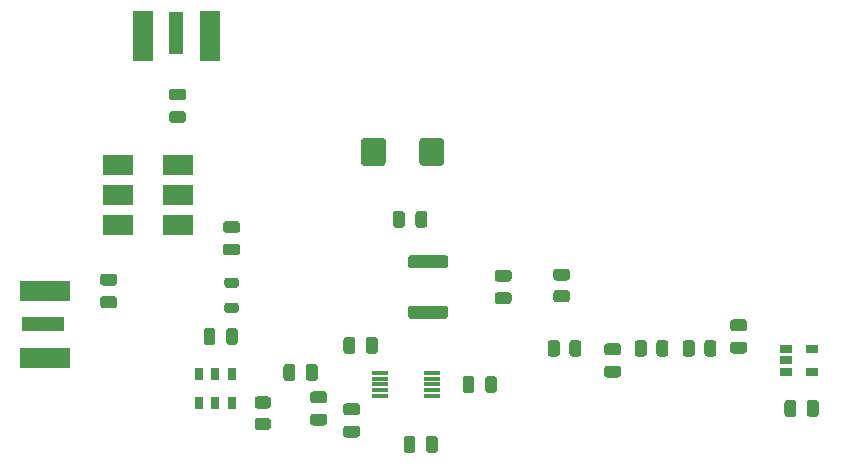
<source format=gbr>
%TF.GenerationSoftware,KiCad,Pcbnew,(5.1.9)-1*%
%TF.CreationDate,2021-03-09T18:28:39-05:00*%
%TF.ProjectId,NJR_New_DemodWithMixer,4e4a525f-4e65-4775-9f44-656d6f645769,rev?*%
%TF.SameCoordinates,Original*%
%TF.FileFunction,Paste,Top*%
%TF.FilePolarity,Positive*%
%FSLAX46Y46*%
G04 Gerber Fmt 4.6, Leading zero omitted, Abs format (unit mm)*
G04 Created by KiCad (PCBNEW (5.1.9)-1) date 2021-03-09 18:28:39*
%MOMM*%
%LPD*%
G01*
G04 APERTURE LIST*
%ADD10R,1.400000X0.300000*%
%ADD11R,0.800000X1.050000*%
%ADD12R,4.200000X1.750000*%
%ADD13R,3.600000X1.270000*%
%ADD14R,1.750000X4.200000*%
%ADD15R,1.270000X3.600000*%
%ADD16R,2.540000X1.651000*%
%ADD17R,1.060000X0.650000*%
G04 APERTURE END LIST*
D10*
%TO.C,U2*%
X115230000Y-90440000D03*
X115230000Y-90940000D03*
X115230000Y-91440000D03*
X115230000Y-91940000D03*
X115230000Y-92440000D03*
X110830000Y-92440000D03*
X110830000Y-91940000D03*
X110830000Y-91440000D03*
X110830000Y-90940000D03*
X110830000Y-90440000D03*
%TD*%
D11*
%TO.C,U1*%
X98301000Y-93005500D03*
X96901000Y-93005500D03*
X95501000Y-93005500D03*
X95501000Y-90555500D03*
X96901000Y-90555500D03*
X98301000Y-90555500D03*
%TD*%
D12*
%TO.C,JLO1*%
X82496000Y-89185000D03*
X82496000Y-83535000D03*
D13*
X82296000Y-86360000D03*
%TD*%
D14*
%TO.C,J1*%
X90799400Y-61922000D03*
X96449400Y-61922000D03*
D15*
X93624400Y-61722000D03*
%TD*%
D16*
%TO.C,UADE10x1*%
X93751400Y-77927200D03*
X93751400Y-75387200D03*
X93751400Y-72847200D03*
X88671400Y-77927200D03*
X88671400Y-75387200D03*
X88671400Y-72847200D03*
%TD*%
%TO.C,CC4*%
G36*
G01*
X87409000Y-83977900D02*
X88359000Y-83977900D01*
G75*
G02*
X88609000Y-84227900I0J-250000D01*
G01*
X88609000Y-84727900D01*
G75*
G02*
X88359000Y-84977900I-250000J0D01*
G01*
X87409000Y-84977900D01*
G75*
G02*
X87159000Y-84727900I0J250000D01*
G01*
X87159000Y-84227900D01*
G75*
G02*
X87409000Y-83977900I250000J0D01*
G01*
G37*
G36*
G01*
X87409000Y-82077900D02*
X88359000Y-82077900D01*
G75*
G02*
X88609000Y-82327900I0J-250000D01*
G01*
X88609000Y-82827900D01*
G75*
G02*
X88359000Y-83077900I-250000J0D01*
G01*
X87409000Y-83077900D01*
G75*
G02*
X87159000Y-82827900I0J250000D01*
G01*
X87159000Y-82327900D01*
G75*
G02*
X87409000Y-82077900I250000J0D01*
G01*
G37*
%TD*%
%TO.C,CC3*%
G36*
G01*
X97823000Y-79520200D02*
X98773000Y-79520200D01*
G75*
G02*
X99023000Y-79770200I0J-250000D01*
G01*
X99023000Y-80270200D01*
G75*
G02*
X98773000Y-80520200I-250000J0D01*
G01*
X97823000Y-80520200D01*
G75*
G02*
X97573000Y-80270200I0J250000D01*
G01*
X97573000Y-79770200D01*
G75*
G02*
X97823000Y-79520200I250000J0D01*
G01*
G37*
G36*
G01*
X97823000Y-77620200D02*
X98773000Y-77620200D01*
G75*
G02*
X99023000Y-77870200I0J-250000D01*
G01*
X99023000Y-78370200D01*
G75*
G02*
X98773000Y-78620200I-250000J0D01*
G01*
X97823000Y-78620200D01*
G75*
G02*
X97573000Y-78370200I0J250000D01*
G01*
X97573000Y-77870200D01*
G75*
G02*
X97823000Y-77620200I250000J0D01*
G01*
G37*
%TD*%
%TO.C,CC2*%
G36*
G01*
X93251000Y-68293400D02*
X94201000Y-68293400D01*
G75*
G02*
X94451000Y-68543400I0J-250000D01*
G01*
X94451000Y-69043400D01*
G75*
G02*
X94201000Y-69293400I-250000J0D01*
G01*
X93251000Y-69293400D01*
G75*
G02*
X93001000Y-69043400I0J250000D01*
G01*
X93001000Y-68543400D01*
G75*
G02*
X93251000Y-68293400I250000J0D01*
G01*
G37*
G36*
G01*
X93251000Y-66393400D02*
X94201000Y-66393400D01*
G75*
G02*
X94451000Y-66643400I0J-250000D01*
G01*
X94451000Y-67143400D01*
G75*
G02*
X94201000Y-67393400I-250000J0D01*
G01*
X93251000Y-67393400D01*
G75*
G02*
X93001000Y-67143400I0J250000D01*
G01*
X93001000Y-66643400D01*
G75*
G02*
X93251000Y-66393400I250000J0D01*
G01*
G37*
%TD*%
%TO.C,C1*%
G36*
G01*
X103690000Y-89949000D02*
X103690000Y-90899000D01*
G75*
G02*
X103440000Y-91149000I-250000J0D01*
G01*
X102940000Y-91149000D01*
G75*
G02*
X102690000Y-90899000I0J250000D01*
G01*
X102690000Y-89949000D01*
G75*
G02*
X102940000Y-89699000I250000J0D01*
G01*
X103440000Y-89699000D01*
G75*
G02*
X103690000Y-89949000I0J-250000D01*
G01*
G37*
G36*
G01*
X105590000Y-89949000D02*
X105590000Y-90899000D01*
G75*
G02*
X105340000Y-91149000I-250000J0D01*
G01*
X104840000Y-91149000D01*
G75*
G02*
X104590000Y-90899000I0J250000D01*
G01*
X104590000Y-89949000D01*
G75*
G02*
X104840000Y-89699000I250000J0D01*
G01*
X105340000Y-89699000D01*
G75*
G02*
X105590000Y-89949000I0J-250000D01*
G01*
G37*
%TD*%
D17*
%TO.C,U3*%
X147404000Y-88458000D03*
X147404000Y-90358000D03*
X145204000Y-90358000D03*
X145204000Y-89408000D03*
X145204000Y-88458000D03*
%TD*%
%TO.C,Rc1*%
G36*
G01*
X126092000Y-87941998D02*
X126092000Y-88842002D01*
G75*
G02*
X125842002Y-89092000I-249998J0D01*
G01*
X125316998Y-89092000D01*
G75*
G02*
X125067000Y-88842002I0J249998D01*
G01*
X125067000Y-87941998D01*
G75*
G02*
X125316998Y-87692000I249998J0D01*
G01*
X125842002Y-87692000D01*
G75*
G02*
X126092000Y-87941998I0J-249998D01*
G01*
G37*
G36*
G01*
X127917000Y-87941998D02*
X127917000Y-88842002D01*
G75*
G02*
X127667002Y-89092000I-249998J0D01*
G01*
X127141998Y-89092000D01*
G75*
G02*
X126892000Y-88842002I0J249998D01*
G01*
X126892000Y-87941998D01*
G75*
G02*
X127141998Y-87692000I249998J0D01*
G01*
X127667002Y-87692000D01*
G75*
G02*
X127917000Y-87941998I0J-249998D01*
G01*
G37*
%TD*%
%TO.C,Rb1*%
G36*
G01*
X133458000Y-87941998D02*
X133458000Y-88842002D01*
G75*
G02*
X133208002Y-89092000I-249998J0D01*
G01*
X132682998Y-89092000D01*
G75*
G02*
X132433000Y-88842002I0J249998D01*
G01*
X132433000Y-87941998D01*
G75*
G02*
X132682998Y-87692000I249998J0D01*
G01*
X133208002Y-87692000D01*
G75*
G02*
X133458000Y-87941998I0J-249998D01*
G01*
G37*
G36*
G01*
X135283000Y-87941998D02*
X135283000Y-88842002D01*
G75*
G02*
X135033002Y-89092000I-249998J0D01*
G01*
X134507998Y-89092000D01*
G75*
G02*
X134258000Y-88842002I0J249998D01*
G01*
X134258000Y-87941998D01*
G75*
G02*
X134507998Y-87692000I249998J0D01*
G01*
X135033002Y-87692000D01*
G75*
G02*
X135283000Y-87941998I0J-249998D01*
G01*
G37*
%TD*%
%TO.C,Ra1*%
G36*
G01*
X137522000Y-87941998D02*
X137522000Y-88842002D01*
G75*
G02*
X137272002Y-89092000I-249998J0D01*
G01*
X136746998Y-89092000D01*
G75*
G02*
X136497000Y-88842002I0J249998D01*
G01*
X136497000Y-87941998D01*
G75*
G02*
X136746998Y-87692000I249998J0D01*
G01*
X137272002Y-87692000D01*
G75*
G02*
X137522000Y-87941998I0J-249998D01*
G01*
G37*
G36*
G01*
X139347000Y-87941998D02*
X139347000Y-88842002D01*
G75*
G02*
X139097002Y-89092000I-249998J0D01*
G01*
X138571998Y-89092000D01*
G75*
G02*
X138322000Y-88842002I0J249998D01*
G01*
X138322000Y-87941998D01*
G75*
G02*
X138571998Y-87692000I249998J0D01*
G01*
X139097002Y-87692000D01*
G75*
G02*
X139347000Y-87941998I0J-249998D01*
G01*
G37*
%TD*%
%TO.C,R2*%
G36*
G01*
X125787998Y-83458000D02*
X126688002Y-83458000D01*
G75*
G02*
X126938000Y-83707998I0J-249998D01*
G01*
X126938000Y-84233002D01*
G75*
G02*
X126688002Y-84483000I-249998J0D01*
G01*
X125787998Y-84483000D01*
G75*
G02*
X125538000Y-84233002I0J249998D01*
G01*
X125538000Y-83707998D01*
G75*
G02*
X125787998Y-83458000I249998J0D01*
G01*
G37*
G36*
G01*
X125787998Y-81633000D02*
X126688002Y-81633000D01*
G75*
G02*
X126938000Y-81882998I0J-249998D01*
G01*
X126938000Y-82408002D01*
G75*
G02*
X126688002Y-82658000I-249998J0D01*
G01*
X125787998Y-82658000D01*
G75*
G02*
X125538000Y-82408002I0J249998D01*
G01*
X125538000Y-81882998D01*
G75*
G02*
X125787998Y-81633000I249998J0D01*
G01*
G37*
%TD*%
%TO.C,R1*%
G36*
G01*
X100489598Y-94278400D02*
X101389602Y-94278400D01*
G75*
G02*
X101639600Y-94528398I0J-249998D01*
G01*
X101639600Y-95053402D01*
G75*
G02*
X101389602Y-95303400I-249998J0D01*
G01*
X100489598Y-95303400D01*
G75*
G02*
X100239600Y-95053402I0J249998D01*
G01*
X100239600Y-94528398D01*
G75*
G02*
X100489598Y-94278400I249998J0D01*
G01*
G37*
G36*
G01*
X100489598Y-92453400D02*
X101389602Y-92453400D01*
G75*
G02*
X101639600Y-92703398I0J-249998D01*
G01*
X101639600Y-93228402D01*
G75*
G02*
X101389602Y-93478400I-249998J0D01*
G01*
X100489598Y-93478400D01*
G75*
G02*
X100239600Y-93228402I0J249998D01*
G01*
X100239600Y-92703398D01*
G75*
G02*
X100489598Y-92453400I249998J0D01*
G01*
G37*
%TD*%
%TO.C,LQ1_T1*%
G36*
G01*
X113484998Y-84760000D02*
X116385002Y-84760000D01*
G75*
G02*
X116635000Y-85009998I0J-249998D01*
G01*
X116635000Y-85635002D01*
G75*
G02*
X116385002Y-85885000I-249998J0D01*
G01*
X113484998Y-85885000D01*
G75*
G02*
X113235000Y-85635002I0J249998D01*
G01*
X113235000Y-85009998D01*
G75*
G02*
X113484998Y-84760000I249998J0D01*
G01*
G37*
G36*
G01*
X113484998Y-80485000D02*
X116385002Y-80485000D01*
G75*
G02*
X116635000Y-80734998I0J-249998D01*
G01*
X116635000Y-81360002D01*
G75*
G02*
X116385002Y-81610000I-249998J0D01*
G01*
X113484998Y-81610000D01*
G75*
G02*
X113235000Y-81360002I0J249998D01*
G01*
X113235000Y-80734998D01*
G75*
G02*
X113484998Y-80485000I249998J0D01*
G01*
G37*
%TD*%
%TO.C,LMatch1*%
G36*
G01*
X97916750Y-84521200D02*
X98679250Y-84521200D01*
G75*
G02*
X98898000Y-84739950I0J-218750D01*
G01*
X98898000Y-85177450D01*
G75*
G02*
X98679250Y-85396200I-218750J0D01*
G01*
X97916750Y-85396200D01*
G75*
G02*
X97698000Y-85177450I0J218750D01*
G01*
X97698000Y-84739950D01*
G75*
G02*
X97916750Y-84521200I218750J0D01*
G01*
G37*
G36*
G01*
X97916750Y-82396200D02*
X98679250Y-82396200D01*
G75*
G02*
X98898000Y-82614950I0J-218750D01*
G01*
X98898000Y-83052450D01*
G75*
G02*
X98679250Y-83271200I-218750J0D01*
G01*
X97916750Y-83271200D01*
G75*
G02*
X97698000Y-83052450I0J218750D01*
G01*
X97698000Y-82614950D01*
G75*
G02*
X97916750Y-82396200I218750J0D01*
G01*
G37*
%TD*%
%TO.C,CQ1*%
G36*
G01*
X120810000Y-83635000D02*
X121760000Y-83635000D01*
G75*
G02*
X122010000Y-83885000I0J-250000D01*
G01*
X122010000Y-84385000D01*
G75*
G02*
X121760000Y-84635000I-250000J0D01*
G01*
X120810000Y-84635000D01*
G75*
G02*
X120560000Y-84385000I0J250000D01*
G01*
X120560000Y-83885000D01*
G75*
G02*
X120810000Y-83635000I250000J0D01*
G01*
G37*
G36*
G01*
X120810000Y-81735000D02*
X121760000Y-81735000D01*
G75*
G02*
X122010000Y-81985000I0J-250000D01*
G01*
X122010000Y-82485000D01*
G75*
G02*
X121760000Y-82735000I-250000J0D01*
G01*
X120810000Y-82735000D01*
G75*
G02*
X120560000Y-82485000I0J250000D01*
G01*
X120560000Y-81985000D01*
G75*
G02*
X120810000Y-81735000I250000J0D01*
G01*
G37*
%TD*%
%TO.C,CMatch1*%
G36*
G01*
X96933600Y-86901000D02*
X96933600Y-87851000D01*
G75*
G02*
X96683600Y-88101000I-250000J0D01*
G01*
X96183600Y-88101000D01*
G75*
G02*
X95933600Y-87851000I0J250000D01*
G01*
X95933600Y-86901000D01*
G75*
G02*
X96183600Y-86651000I250000J0D01*
G01*
X96683600Y-86651000D01*
G75*
G02*
X96933600Y-86901000I0J-250000D01*
G01*
G37*
G36*
G01*
X98833600Y-86901000D02*
X98833600Y-87851000D01*
G75*
G02*
X98583600Y-88101000I-250000J0D01*
G01*
X98083600Y-88101000D01*
G75*
G02*
X97833600Y-87851000I0J250000D01*
G01*
X97833600Y-86901000D01*
G75*
G02*
X98083600Y-86651000I250000J0D01*
G01*
X98583600Y-86651000D01*
G75*
G02*
X98833600Y-86901000I0J-250000D01*
G01*
G37*
%TD*%
%TO.C,Cc1*%
G36*
G01*
X130081000Y-89858000D02*
X131031000Y-89858000D01*
G75*
G02*
X131281000Y-90108000I0J-250000D01*
G01*
X131281000Y-90608000D01*
G75*
G02*
X131031000Y-90858000I-250000J0D01*
G01*
X130081000Y-90858000D01*
G75*
G02*
X129831000Y-90608000I0J250000D01*
G01*
X129831000Y-90108000D01*
G75*
G02*
X130081000Y-89858000I250000J0D01*
G01*
G37*
G36*
G01*
X130081000Y-87958000D02*
X131031000Y-87958000D01*
G75*
G02*
X131281000Y-88208000I0J-250000D01*
G01*
X131281000Y-88708000D01*
G75*
G02*
X131031000Y-88958000I-250000J0D01*
G01*
X130081000Y-88958000D01*
G75*
G02*
X129831000Y-88708000I0J250000D01*
G01*
X129831000Y-88208000D01*
G75*
G02*
X130081000Y-87958000I250000J0D01*
G01*
G37*
%TD*%
%TO.C,Cb1*%
G36*
G01*
X141699000Y-86926000D02*
X140749000Y-86926000D01*
G75*
G02*
X140499000Y-86676000I0J250000D01*
G01*
X140499000Y-86176000D01*
G75*
G02*
X140749000Y-85926000I250000J0D01*
G01*
X141699000Y-85926000D01*
G75*
G02*
X141949000Y-86176000I0J-250000D01*
G01*
X141949000Y-86676000D01*
G75*
G02*
X141699000Y-86926000I-250000J0D01*
G01*
G37*
G36*
G01*
X141699000Y-88826000D02*
X140749000Y-88826000D01*
G75*
G02*
X140499000Y-88576000I0J250000D01*
G01*
X140499000Y-88076000D01*
G75*
G02*
X140749000Y-87826000I250000J0D01*
G01*
X141699000Y-87826000D01*
G75*
G02*
X141949000Y-88076000I0J-250000D01*
G01*
X141949000Y-88576000D01*
G75*
G02*
X141699000Y-88826000I-250000J0D01*
G01*
G37*
%TD*%
%TO.C,Ca1*%
G36*
G01*
X147008000Y-93947000D02*
X147008000Y-92997000D01*
G75*
G02*
X147258000Y-92747000I250000J0D01*
G01*
X147758000Y-92747000D01*
G75*
G02*
X148008000Y-92997000I0J-250000D01*
G01*
X148008000Y-93947000D01*
G75*
G02*
X147758000Y-94197000I-250000J0D01*
G01*
X147258000Y-94197000D01*
G75*
G02*
X147008000Y-93947000I0J250000D01*
G01*
G37*
G36*
G01*
X145108000Y-93947000D02*
X145108000Y-92997000D01*
G75*
G02*
X145358000Y-92747000I250000J0D01*
G01*
X145858000Y-92747000D01*
G75*
G02*
X146108000Y-92997000I0J-250000D01*
G01*
X146108000Y-93947000D01*
G75*
G02*
X145858000Y-94197000I-250000J0D01*
G01*
X145358000Y-94197000D01*
G75*
G02*
X145108000Y-93947000I0J250000D01*
G01*
G37*
%TD*%
%TO.C,C9*%
G36*
G01*
X111351000Y-70830000D02*
X111351000Y-72680000D01*
G75*
G02*
X111101000Y-72930000I-250000J0D01*
G01*
X109526000Y-72930000D01*
G75*
G02*
X109276000Y-72680000I0J250000D01*
G01*
X109276000Y-70830000D01*
G75*
G02*
X109526000Y-70580000I250000J0D01*
G01*
X111101000Y-70580000D01*
G75*
G02*
X111351000Y-70830000I0J-250000D01*
G01*
G37*
G36*
G01*
X116276000Y-70830000D02*
X116276000Y-72680000D01*
G75*
G02*
X116026000Y-72930000I-250000J0D01*
G01*
X114451000Y-72930000D01*
G75*
G02*
X114201000Y-72680000I0J250000D01*
G01*
X114201000Y-70830000D01*
G75*
G02*
X114451000Y-70580000I250000J0D01*
G01*
X116026000Y-70580000D01*
G75*
G02*
X116276000Y-70830000I0J-250000D01*
G01*
G37*
%TD*%
%TO.C,C8*%
G36*
G01*
X112961000Y-76995000D02*
X112961000Y-77945000D01*
G75*
G02*
X112711000Y-78195000I-250000J0D01*
G01*
X112211000Y-78195000D01*
G75*
G02*
X111961000Y-77945000I0J250000D01*
G01*
X111961000Y-76995000D01*
G75*
G02*
X112211000Y-76745000I250000J0D01*
G01*
X112711000Y-76745000D01*
G75*
G02*
X112961000Y-76995000I0J-250000D01*
G01*
G37*
G36*
G01*
X114861000Y-76995000D02*
X114861000Y-77945000D01*
G75*
G02*
X114611000Y-78195000I-250000J0D01*
G01*
X114111000Y-78195000D01*
G75*
G02*
X113861000Y-77945000I0J250000D01*
G01*
X113861000Y-76995000D01*
G75*
G02*
X114111000Y-76745000I250000J0D01*
G01*
X114611000Y-76745000D01*
G75*
G02*
X114861000Y-76995000I0J-250000D01*
G01*
G37*
%TD*%
%TO.C,C7*%
G36*
G01*
X108770000Y-87663000D02*
X108770000Y-88613000D01*
G75*
G02*
X108520000Y-88863000I-250000J0D01*
G01*
X108020000Y-88863000D01*
G75*
G02*
X107770000Y-88613000I0J250000D01*
G01*
X107770000Y-87663000D01*
G75*
G02*
X108020000Y-87413000I250000J0D01*
G01*
X108520000Y-87413000D01*
G75*
G02*
X108770000Y-87663000I0J-250000D01*
G01*
G37*
G36*
G01*
X110670000Y-87663000D02*
X110670000Y-88613000D01*
G75*
G02*
X110420000Y-88863000I-250000J0D01*
G01*
X109920000Y-88863000D01*
G75*
G02*
X109670000Y-88613000I0J250000D01*
G01*
X109670000Y-87663000D01*
G75*
G02*
X109920000Y-87413000I250000J0D01*
G01*
X110420000Y-87413000D01*
G75*
G02*
X110670000Y-87663000I0J-250000D01*
G01*
G37*
%TD*%
%TO.C,C5*%
G36*
G01*
X118864000Y-90965000D02*
X118864000Y-91915000D01*
G75*
G02*
X118614000Y-92165000I-250000J0D01*
G01*
X118114000Y-92165000D01*
G75*
G02*
X117864000Y-91915000I0J250000D01*
G01*
X117864000Y-90965000D01*
G75*
G02*
X118114000Y-90715000I250000J0D01*
G01*
X118614000Y-90715000D01*
G75*
G02*
X118864000Y-90965000I0J-250000D01*
G01*
G37*
G36*
G01*
X120764000Y-90965000D02*
X120764000Y-91915000D01*
G75*
G02*
X120514000Y-92165000I-250000J0D01*
G01*
X120014000Y-92165000D01*
G75*
G02*
X119764000Y-91915000I0J250000D01*
G01*
X119764000Y-90965000D01*
G75*
G02*
X120014000Y-90715000I250000J0D01*
G01*
X120514000Y-90715000D01*
G75*
G02*
X120764000Y-90965000I0J-250000D01*
G01*
G37*
%TD*%
%TO.C,C4*%
G36*
G01*
X114755000Y-96995000D02*
X114755000Y-96045000D01*
G75*
G02*
X115005000Y-95795000I250000J0D01*
G01*
X115505000Y-95795000D01*
G75*
G02*
X115755000Y-96045000I0J-250000D01*
G01*
X115755000Y-96995000D01*
G75*
G02*
X115505000Y-97245000I-250000J0D01*
G01*
X115005000Y-97245000D01*
G75*
G02*
X114755000Y-96995000I0J250000D01*
G01*
G37*
G36*
G01*
X112855000Y-96995000D02*
X112855000Y-96045000D01*
G75*
G02*
X113105000Y-95795000I250000J0D01*
G01*
X113605000Y-95795000D01*
G75*
G02*
X113855000Y-96045000I0J-250000D01*
G01*
X113855000Y-96995000D01*
G75*
G02*
X113605000Y-97245000I-250000J0D01*
G01*
X113105000Y-97245000D01*
G75*
G02*
X112855000Y-96995000I0J250000D01*
G01*
G37*
%TD*%
%TO.C,C3*%
G36*
G01*
X107983000Y-94938000D02*
X108933000Y-94938000D01*
G75*
G02*
X109183000Y-95188000I0J-250000D01*
G01*
X109183000Y-95688000D01*
G75*
G02*
X108933000Y-95938000I-250000J0D01*
G01*
X107983000Y-95938000D01*
G75*
G02*
X107733000Y-95688000I0J250000D01*
G01*
X107733000Y-95188000D01*
G75*
G02*
X107983000Y-94938000I250000J0D01*
G01*
G37*
G36*
G01*
X107983000Y-93038000D02*
X108933000Y-93038000D01*
G75*
G02*
X109183000Y-93288000I0J-250000D01*
G01*
X109183000Y-93788000D01*
G75*
G02*
X108933000Y-94038000I-250000J0D01*
G01*
X107983000Y-94038000D01*
G75*
G02*
X107733000Y-93788000I0J250000D01*
G01*
X107733000Y-93288000D01*
G75*
G02*
X107983000Y-93038000I250000J0D01*
G01*
G37*
%TD*%
%TO.C,C2*%
G36*
G01*
X105189000Y-93922000D02*
X106139000Y-93922000D01*
G75*
G02*
X106389000Y-94172000I0J-250000D01*
G01*
X106389000Y-94672000D01*
G75*
G02*
X106139000Y-94922000I-250000J0D01*
G01*
X105189000Y-94922000D01*
G75*
G02*
X104939000Y-94672000I0J250000D01*
G01*
X104939000Y-94172000D01*
G75*
G02*
X105189000Y-93922000I250000J0D01*
G01*
G37*
G36*
G01*
X105189000Y-92022000D02*
X106139000Y-92022000D01*
G75*
G02*
X106389000Y-92272000I0J-250000D01*
G01*
X106389000Y-92772000D01*
G75*
G02*
X106139000Y-93022000I-250000J0D01*
G01*
X105189000Y-93022000D01*
G75*
G02*
X104939000Y-92772000I0J250000D01*
G01*
X104939000Y-92272000D01*
G75*
G02*
X105189000Y-92022000I250000J0D01*
G01*
G37*
%TD*%
M02*

</source>
